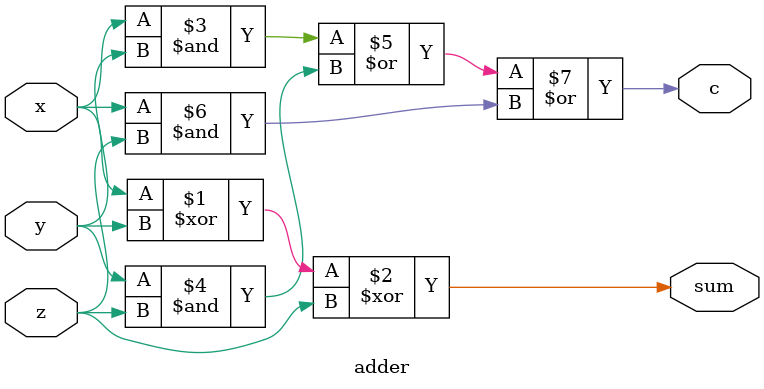
<source format=v>

module adder(x,y,z,sum,c);
input x,y,z;
output sum,c;
wire sum,c;

assign sum=x^y^z;
assign c=((x&y) | (y&z) | (x&z));

endmodule
</source>
